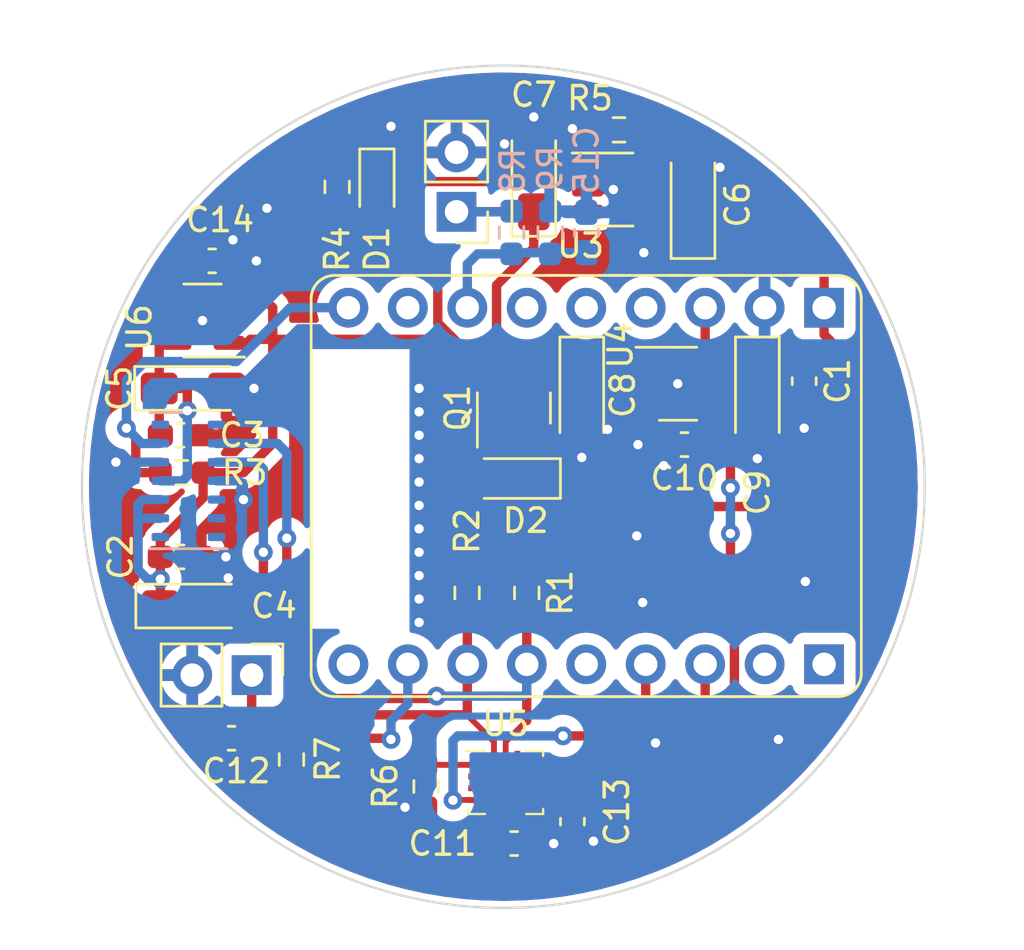
<source format=kicad_pcb>
(kicad_pcb (version 20221018) (generator pcbnew)
  (layers (0 "F.Cu" signal) (31 "B.Cu" signal) (34 "B.Paste" user) (35 "F.Paste" user) (36 "B.SilkS" user "B.Silkscreen") (37 "F.SilkS" user "F.Silkscreen") (38 "B.Mask" user) (39 "F.Mask" user) (44 "Edge.Cuts" user))
  (net 0 "")
  (net 1 "+3V3")
  (net 2 "GND")
  (net 3 "+1V8")
  (net 4 "Net-(J1-Pin_1)")
  (net 5 "Net-(D2-K)")
  (net 6 "Net-(U4-BP)")
  (net 7 "+5V")
  (net 8 "Net-(D1-A)")
  (net 9 "Net-(D1-K)")
  (net 10 "SCL")
  (net 11 "SDA")
  (net 12 "~{INT_PULS}")
  (net 13 "Net-(U3-PROG)")
  (net 14 "Net-(U5-SDO)")
  (net 18 "Vbat")
  (net 21 "INT1")
  (net 22 "INT2")
  (net 35 "Net-(U6-BP)")
  (net 36 "Net-(J2-Pin_1)")
  (footprint "Resistor_SMD:R_0603_1608Metric_Pad0.98x0.95mm_HandSolder" (layer "F.Cu") (at 191.05 89.9625 90)
    (fp_text reference "R7" (at 0.0125 1.55 90) (layer "F.SilkS"))
    (fp_text value "10k")
    (pad "1" smd roundrect (at -0.9125 0 90) (size 0.975 0.95) (layers "F.Cu" "F.Paste" "F.Mask") (net 1 "+3V3"))
    (pad "2" smd roundrect (at 0.9125 0 90) (size 0.975 0.95) (layers "F.Cu" "F.Paste" "F.Mask") (net 36 "Net-(J2-Pin_1)"))
  )
  (footprint "Capacitor_SMD:C_0603_1608Metric_Pad1.08x0.95mm_HandSolder" (layer "F.Cu") (at 186.3125 81.3)
    (fp_text reference "C2" (at -2.5625 0 90) (layer "F.SilkS"))
    (fp_text value "100n")
    (pad "1" smd roundrect (at -0.8625 0) (size 1.075 0.95) (layers "F.Cu" "F.Paste" "F.Mask") (net 1 "+3V3"))
    (pad "2" smd roundrect (at 0.8625 0) (size 1.075 0.95) (layers "F.Cu" "F.Paste" "F.Mask") (net 2 "GND"))
  )
  (footprint "Capacitor_Tantalum_SMD:CP_EIA-3216-10_Kemet-I_Pad1.58x1.35mm_HandSolder" (layer "F.Cu") (at 208.2 66.0625 90)
    (fp_text reference "C6" (at -0.1875 1.9 90) (layer "F.SilkS"))
    (fp_text value "4u7/16V")
    (pad "1" smd roundrect (at -1.4375 0 90) (size 1.575 1.35) (layers "F.Cu" "F.Paste" "F.Mask") (roundrect_rratio 0.1851851852) (net 7 "+5V"))
    (pad "2" smd roundrect (at 1.4375 0 90) (size 1.575 1.35) (layers "F.Cu" "F.Paste" "F.Mask") (roundrect_rratio 0.1851851852) (net 2 "GND"))
  )
  (footprint "Diode_SMD:D_SOD-323_HandSoldering" (layer "F.Cu") (at 200.5275 77.95 180)
    (fp_text reference "D2" (at -0.5225 -1.8) (layer "F.SilkS"))
    (fp_text value "1N5819WS")
    (pad "1" smd roundrect (at -1.25 0 180) (size 1 1) (layers "F.Cu" "F.Paste" "F.Mask") (net 5 "Net-(D2-K)"))
    (pad "2" smd roundrect (at 1.25 0 180) (size 1 1) (layers "F.Cu" "F.Paste" "F.Mask") (net 7 "+5V"))
  )
  (footprint "Capacitor_SMD:C_0603_1608Metric_Pad1.08x0.95mm_HandSolder" (layer "F.Cu") (at 188.4875 89.05 180)
    (fp_text reference "C12" (at -0.2125 -1.4) (layer "F.SilkS"))
    (fp_text value "100n")
    (pad "1" smd roundrect (at -0.8625 0 180) (size 1.075 0.95) (layers "F.Cu" "F.Paste" "F.Mask") (net 36 "Net-(J2-Pin_1)"))
    (pad "2" smd roundrect (at 0.8625 0 180) (size 1.075 0.95) (layers "F.Cu" "F.Paste" "F.Mask") (net 2 "GND"))
  )
  (footprint "Resistor_SMD:R_0603_1608Metric_Pad0.98x0.95mm_HandSolder" (layer "F.Cu") (at 205.0375 63.05)
    (fp_text reference "R5" (at -1.2375 -1.35) (layer "F.SilkS"))
    (fp_text value "3k3")
    (pad "1" smd roundrect (at -0.9125 0) (size 0.975 0.95) (layers "F.Cu" "F.Paste" "F.Mask") (net 2 "GND"))
    (pad "2" smd roundrect (at 0.9125 0) (size 0.975 0.95) (layers "F.Cu" "F.Paste" "F.Mask") (net 13 "Net-(U3-PROG)"))
  )
  (footprint "Module:ESP32-C3-Zero" (layer "F.Cu") (at 191.89 69.27 -90)
    (fp_text reference "U1" hide)
    (fp_text value "~")
    (pad "1" thru_hole rect (at 1.38 -21.91) (size 1.7 1.7) (drill 1) (layers "*.Cu" "*.Mask") (net 7 "+5V"))
    (pad "2" thru_hole oval (at 1.38 -19.37 270) (size 1.7 1.7) (drill 1) (layers "*.Cu" "*.Mask") (net 2 "GND"))
    (pad "3" thru_hole oval (at 1.38 -16.83 270) (size 1.7 1.7) (drill 1) (layers "*.Cu" "*.Mask") (net 1 "+3V3"))
    (pad "4" thru_hole oval (at 1.38 -14.29 270) (size 1.7 1.7) (drill 1) (layers "*.Cu" "*.Mask"))
    (pad "5" thru_hole oval (at 1.38 -11.75 270) (size 1.7 1.7) (drill 1) (layers "*.Cu" "*.Mask"))
    (pad "6" thru_hole oval (at 1.38 -9.21 270) (size 1.7 1.7) (drill 1) (layers "*.Cu" "*.Mask"))
    (pad "7" thru_hole oval (at 1.38 -6.67 270) (size 1.7 1.7) (drill 1) (layers "*.Cu" "*.Mask") (net 18 "Vbat"))
    (pad "8" thru_hole oval (at 1.38 -4.13 270) (size 1.7 1.7) (drill 1) (layers "*.Cu" "*.Mask"))
    (pad "9" thru_hole oval (at 1.38 -1.59 270) (size 1.7 1.7) (drill 1) (layers "*.Cu" "*.Mask") (net 12 "~{INT_PULS}"))
    (pad "10" thru_hole oval (at 16.62 -1.59 270) (size 1.7 1.7) (drill 1) (layers "*.Cu" "*.Mask"))
    (pad "11" thru_hole oval (at 16.62 -4.13 270) (size 1.7 1.7) (drill 1) (layers "*.Cu" "*.Mask") (net 36 "Net-(J2-Pin_1)"))
    (pad "12" thru_hole oval (at 16.62 -6.67 270) (size 1.7 1.7) (drill 1) (layers "*.Cu" "*.Mask") (net 11 "SDA"))
    (pad "13" thru_hole oval (at 16.62 -9.21 270) (size 1.7 1.7) (drill 1) (layers "*.Cu" "*.Mask") (net 10 "SCL"))
    (pad "14" thru_hole oval (at 16.62 -11.75 270) (size 1.7 1.7) (drill 1) (layers "*.Cu" "*.Mask"))
    (pad "15" thru_hole oval (at 16.62 -14.29 270) (size 1.7 1.7) (drill 1) (layers "*.Cu" "*.Mask") (net 21 "INT1"))
    (pad "16" thru_hole oval (at 16.62 -16.83 270) (size 1.7 1.7) (drill 1) (layers "*.Cu" "*.Mask") (net 22 "INT2"))
    (pad "17" thru_hole oval (at 16.62 -19.37 270) (size 1.7 1.7) (drill 1) (layers "*.Cu" "*.Mask"))
    (pad "18" thru_hole rect (at 16.62 -21.91) (size 1.7 1.7) (drill 1) (layers "*.Cu" "*.Mask"))
    (zone (net 0) (net_name "") (layers "*.Cu") (connect_pads (clearance 0)) (min_thickness 0.25)
      (keepout (tracks not_allowed) (vias not_allowed) (pads not_allowed) (copperpour not_allowed) (footprints allowed))
      (fill (thermal_gap 0.5) (thermal_bridge_width 0.5))
      (polygon (pts (xy 196.09 72.42) (xy 196.09 84.37) (xy 191.84 84.37) (xy 191.84 72.42)))
    )
  )
  (footprint "Capacitor_SMD:C_0603_1608Metric_Pad1.08x0.95mm_HandSolder" (layer "F.Cu") (at 203.05 92.6125 -90)
    (fp_text reference "C13" (at -0.4125 -1.9 90) (layer "F.SilkS"))
    (fp_text value "100n")
    (pad "1" smd roundrect (at -0.8625 0 270) (size 1.075 0.95) (layers "F.Cu" "F.Paste" "F.Mask") (net 1 "+3V3"))
    (pad "2" smd roundrect (at 0.8625 0 270) (size 1.075 0.95) (layers "F.Cu" "F.Paste" "F.Mask") (net 2 "GND"))
  )
  (footprint "Package_TO_SOT_SMD:SOT-23" (layer "F.Cu") (at 200.55 74.9375 90)
    (fp_text reference "Q1" (at 0 -2.4 90) (layer "F.SilkS"))
    (fp_text value "CJ2301")
    (pad "1" smd roundrect (at -0.9375 -0.95 90) (size 1.475 0.6) (layers "F.Cu" "F.Paste" "F.Mask") (net 7 "+5V"))
    (pad "2" smd roundrect (at -0.9375 0.95 90) (size 1.475 0.6) (layers "F.Cu" "F.Paste" "F.Mask") (net 5 "Net-(D2-K)"))
    (pad "3" smd roundrect (at 0.9375 0 90) (size 1.475 0.6) (layers "F.Cu" "F.Paste" "F.Mask") (net 4 "Net-(J1-Pin_1)"))
  )
  (footprint "Package_TO_SOT_SMD:SOT-23-5" (layer "F.Cu") (at 187.25 71.2 180)
    (fp_text reference "U6" (at 2.7 -0.3 90) (layer "F.SilkS"))
    (fp_text value "SPX3819M5-L-1-8")
    (pad "1" smd roundrect (at -1.1375 -0.95 180) (size 1.325 0.6) (layers "F.Cu" "F.Paste" "F.Mask") (net 1 "+3V3"))
    (pad "2" smd roundrect (at -1.1375 0 180) (size 1.325 0.6) (layers "F.Cu" "F.Paste" "F.Mask") (net 2 "GND"))
    (pad "3" smd roundrect (at -1.1375 0.95 180) (size 1.325 0.6) (layers "F.Cu" "F.Paste" "F.Mask") (net 1 "+3V3"))
    (pad "4" smd roundrect (at 1.1375 0.95 180) (size 1.325 0.6) (layers "F.Cu" "F.Paste" "F.Mask") (net 35 "Net-(U6-BP)"))
    (pad "5" smd roundrect (at 1.1375 -0.95 180) (size 1.325 0.6) (layers "F.Cu" "F.Paste" "F.Mask") (net 3 "+1V8"))
  )
  (footprint "LED_SMD:LED_0603_1608Metric_Pad1.05x0.95mm_HandSolder" (layer "F.Cu") (at 194.7 65.525 -90)
    (fp_text reference "D1" (at 2.625 0 90) (layer "F.SilkS"))
    (fp_text value "LED")
    (pad "1" smd roundrect (at -0.875 0 270) (size 1.05 0.95) (layers "F.Cu" "F.Paste" "F.Mask") (net 9 "Net-(D1-K)"))
    (pad "2" smd roundrect (at 0.875 0 270) (size 1.05 0.95) (layers "F.Cu" "F.Paste" "F.Mask") (net 8 "Net-(D1-A)"))
  )
  (footprint "Capacitor_SMD:C_0603_1608Metric_Pad1.08x0.95mm_HandSolder" (layer "F.Cu") (at 186.3125 76.1)
    (fp_text reference "C3" (at 2.6375 0) (layer "F.SilkS"))
    (fp_text value "100n")
    (pad "1" smd roundrect (at -0.8625 0) (size 1.075 0.95) (layers "F.Cu" "F.Paste" "F.Mask") (net 3 "+1V8"))
    (pad "2" smd roundrect (at 0.8625 0) (size 1.075 0.95) (layers "F.Cu" "F.Paste" "F.Mask") (net 2 "GND"))
  )
  (footprint "Capacitor_Tantalum_SMD:CP_EIA-3216-18_Kemet-A_Pad1.58x1.35mm_HandSolder" (layer "F.Cu") (at 186.8375 74.1)
    (fp_text reference "C5" (at -3.1375 0 90) (layer "F.SilkS"))
    (fp_text value "10u")
    (pad "1" smd roundrect (at -1.4375 0) (size 1.575 1.35) (layers "F.Cu" "F.Paste" "F.Mask") (roundrect_rratio 0.1851851852) (net 3 "+1V8"))
    (pad "2" smd roundrect (at 1.4375 0) (size 1.575 1.35) (layers "F.Cu" "F.Paste" "F.Mask") (roundrect_rratio 0.1851851852) (net 2 "GND"))
  )
  (footprint "Capacitor_SMD:C_0603_1608Metric_Pad1.08x0.95mm_HandSolder" (layer "F.Cu") (at 200.5625 93.55)
    (fp_text reference "C11" (at -3.0625 0) (layer "F.SilkS"))
    (fp_text value "100n")
    (pad "1" smd roundrect (at -0.8625 0) (size 1.075 0.95) (layers "F.Cu" "F.Paste" "F.Mask") (net 1 "+3V3"))
    (pad "2" smd roundrect (at 0.8625 0) (size 1.075 0.95) (layers "F.Cu" "F.Paste" "F.Mask") (net 2 "GND"))
  )
  (footprint "Connector_PinHeader_2.54mm:PinHeader_1x02_P2.54mm_Vertical" (layer "F.Cu") (at 189.35 86.35 -90)
    (fp_text reference "J2" hide)
    (fp_text value "Conn_01x02")
    (pad "1" thru_hole rect (at 0 0 270) (size 1.7 1.7) (drill 1) (layers "*.Cu" "*.Mask") (net 36 "Net-(J2-Pin_1)"))
    (pad "2" thru_hole oval (at 0 2.54 270) (size 1.7 1.7) (drill 1) (layers "*.Cu" "*.Mask") (net 2 "GND"))
  )
  (footprint "Resistor_SMD:R_0603_1608Metric_Pad0.98x0.95mm_HandSolder" (layer "F.Cu") (at 186.3625 77.7 180)
    (fp_text reference "R3" (at -2.6875 0) (layer "F.SilkS"))
    (fp_text value "1k")
    (pad "1" smd roundrect (at -0.9125 0 180) (size 0.975 0.95) (layers "F.Cu" "F.Paste" "F.Mask") (net 1 "+3V3"))
    (pad "2" smd roundrect (at 0.9125 0 180) (size 0.975 0.95) (layers "F.Cu" "F.Paste" "F.Mask") (net 12 "~{INT_PULS}"))
  )
  (footprint "Resistor_SMD:R_0603_1608Metric_Pad0.98x0.95mm_HandSolder" (layer "F.Cu") (at 193 65.4875 -90)
    (fp_text reference "R4" (at 2.6625 0 90) (layer "F.SilkS"))
    (fp_text value "470R")
    (pad "1" smd roundrect (at -0.9125 0 270) (size 0.975 0.95) (layers "F.Cu" "F.Paste" "F.Mask") (net 7 "+5V"))
    (pad "2" smd roundrect (at 0.9125 0 270) (size 0.975 0.95) (layers "F.Cu" "F.Paste" "F.Mask") (net 8 "Net-(D1-A)"))
  )
  (footprint "Resistor_SMD:R_0603_1608Metric_Pad0.98x0.95mm_HandSolder" (layer "F.Cu") (at 198.55 82.8375 -90)
    (fp_text reference "R2" (at -2.6375 0 90) (layer "F.SilkS"))
    (fp_text value "1k")
    (pad "1" smd roundrect (at -0.9125 0 270) (size 0.975 0.95) (layers "F.Cu" "F.Paste" "F.Mask") (net 1 "+3V3"))
    (pad "2" smd roundrect (at 0.9125 0 270) (size 0.975 0.95) (layers "F.Cu" "F.Paste" "F.Mask") (net 11 "SDA"))
  )
  (footprint "Capacitor_SMD:C_0603_1608Metric_Pad1.08x0.95mm_HandSolder" (layer "F.Cu") (at 187.6625 68.65)
    (fp_text reference "C14" (at 0.3375 -1.75) (layer "F.SilkS"))
    (fp_text value "10n")
    (pad "1" smd roundrect (at -0.8625 0) (size 1.075 0.95) (layers "F.Cu" "F.Paste" "F.Mask") (net 35 "Net-(U6-BP)"))
    (pad "2" smd roundrect (at 0.8625 0) (size 1.075 0.95) (layers "F.Cu" "F.Paste" "F.Mask") (net 2 "GND"))
  )
  (footprint "Capacitor_Tantalum_SMD:CP_EIA-3216-10_Kemet-I_Pad1.58x1.35mm_HandSolder" (layer "F.Cu") (at 210.95 74.3875 -90)
    (fp_text reference "C9" (at 4.1625 0 90) (layer "F.SilkS"))
    (fp_text value "1uF")
    (pad "1" smd roundrect (at -1.4375 0 270) (size 1.575 1.35) (layers "F.Cu" "F.Paste" "F.Mask") (roundrect_rratio 0.1851851852) (net 1 "+3V3"))
    (pad "2" smd roundrect (at 1.4375 0 270) (size 1.575 1.35) (layers "F.Cu" "F.Paste" "F.Mask") (roundrect_rratio 0.1851851852) (net 2 "GND"))
  )
  (footprint "Capacitor_SMD:C_0603_1608Metric_Pad1.08x0.95mm_HandSolder" (layer "F.Cu") (at 207.8375 76.5 180)
    (fp_text reference "C10" (at 0 -1.43) (layer "F.SilkS"))
    (fp_text value "10n")
    (pad "1" smd roundrect (at -0.8625 0 180) (size 1.075 0.95) (layers "F.Cu" "F.Paste" "F.Mask") (net 6 "Net-(U4-BP)"))
    (pad "2" smd roundrect (at 0.8625 0 180) (size 1.075 0.95) (layers "F.Cu" "F.Paste" "F.Mask") (net 2 "GND"))
  )
  (footprint "Capacitor_Tantalum_SMD:CP_EIA-3216-10_Kemet-I_Pad1.58x1.35mm_HandSolder" (layer "F.Cu") (at 201.4 65.1125 90)
    (fp_text reference "C7" (at 3.5625 0 180) (layer "F.SilkS"))
    (fp_text value "4u7/16V")
    (pad "1" smd roundrect (at -1.4375 0 90) (size 1.575 1.35) (layers "F.Cu" "F.Paste" "F.Mask") (roundrect_rratio 0.1851851852) (net 4 "Net-(J1-Pin_1)"))
    (pad "2" smd roundrect (at 1.4375 0 90) (size 1.575 1.35) (layers "F.Cu" "F.Paste" "F.Mask") (roundrect_rratio 0.1851851852) (net 2 "GND"))
  )
  (footprint "Resistor_SMD:R_0603_1608Metric_Pad0.98x0.95mm_HandSolder" (layer "F.Cu") (at 201.1 82.8375 -90)
    (fp_text reference "R1" (at 0 -1.43 90) (layer "F.SilkS"))
    (fp_text value "1k")
    (pad "1" smd roundrect (at -0.9125 0 270) (size 0.975 0.95) (layers "F.Cu" "F.Paste" "F.Mask") (net 1 "+3V3"))
    (pad "2" smd roundrect (at 0.9125 0 270) (size 0.975 0.95) (layers "F.Cu" "F.Paste" "F.Mask") (net 10 "SCL"))
  )
  (footprint "Capacitor_Tantalum_SMD:CP_EIA-3216-18_Kemet-A_Pad1.58x1.35mm_HandSolder" (layer "F.Cu") (at 186.8875 83.4)
    (fp_text reference "C4" (at 3.4125 0) (layer "F.SilkS"))
    (fp_text value "4u7")
    (pad "1" smd roundrect (at -1.4375 0) (size 1.575 1.35) (layers "F.Cu" "F.Paste" "F.Mask") (roundrect_rratio 0.1851851852) (net 1 "+3V3"))
    (pad "2" smd roundrect (at 1.4375 0) (size 1.575 1.35) (layers "F.Cu" "F.Paste" "F.Mask") (roundrect_rratio 0.1851851852) (net 2 "GND"))
  )
  (footprint "Resistor_SMD:R_0603_1608Metric_Pad0.98x0.95mm_HandSolder" (layer "F.Cu") (at 196.8 91.1125 -90)
    (fp_text reference "R6" (at -0.0125 1.75 90) (layer "F.SilkS"))
    (fp_text value "10k")
    (pad "1" smd roundrect (at -0.9125 0 270) (size 0.975 0.95) (layers "F.Cu" "F.Paste" "F.Mask") (net 14 "Net-(U5-SDO)"))
    (pad "2" smd roundrect (at 0.9125 0 270) (size 0.975 0.95) (layers "F.Cu" "F.Paste" "F.Mask") (net 2 "GND"))
  )
  (footprint "Capacitor_SMD:C_0603_1608Metric_Pad1.08x0.95mm_HandSolder" (layer "F.Cu") (at 212.95 73.7875 -90)
    (fp_text reference "C1" (at 0 -1.43 90) (layer "F.SilkS"))
    (fp_text value "100n")
    (pad "1" smd roundrect (at -0.8625 0 270) (size 1.075 0.95) (layers "F.Cu" "F.Paste" "F.Mask") (net 1 "+3V3"))
    (pad "2" smd roundrect (at 0.8625 0 270) (size 1.075 0.95) (layers "F.Cu" "F.Paste" "F.Mask") (net 2 "GND"))
  )
  (footprint "Package_LGA:Bosch_LGA-14_3x2.5mm_P0.5mm" (layer "F.Cu") (at 200.2 90.9375)
    (fp_text reference "U5" (at 0 -2.5) (layer "F.SilkS"))
    (fp_text value "BMI270")
    (pad "1" smd rect (at -1.2625 -0.75) (size 0.675 0.25) (layers "F.Cu" "F.Paste" "F.Mask") (net 14 "Net-(U5-SDO)"))
    (pad "2" smd rect (at -1.2625 -0.25) (size 0.675 0.25) (layers "F.Cu" "F.Paste" "F.Mask"))
    (pad "3" smd rect (at -1.2625 0.25) (size 0.675 0.25) (layers "F.Cu" "F.Paste" "F.Mask"))
    (pad "4" smd rect (at -1.2625 0.75) (size 0.675 0.25) (layers "F.Cu" "F.Paste" "F.Mask") (net 21 "INT1"))
    (pad "5" smd rect (at -0.5 1.0125) (size 0.25 0.675) (layers "F.Cu" "F.Paste" "F.Mask") (net 1 "+3V3"))
    (pad "6" smd rect (at 0 1.0125) (size 0.25 0.675) (layers "F.Cu" "F.Paste" "F.Mask") (net 2 "GND"))
    (pad "7" smd rect (at 0.5 1.0125) (size 0.25 0.675) (layers "F.Cu" "F.Paste" "F.Mask") (net 2 "GND"))
    (pad "8" smd rect (at 1.2625 0.75) (size 0.675 0.25) (layers "F.Cu" "F.Paste" "F.Mask") (net 1 "+3V3"))
    (pad "9" smd rect (at 1.2625 0.25) (size 0.675 0.25) (layers "F.Cu" "F.Paste" "F.Mask") (net 22 "INT2"))
    (pad "10" smd rect (at 1.2625 -0.25) (size 0.675 0.25) (layers "F.Cu" "F.Paste" "F.Mask"))
    (pad "11" smd rect (at 1.2625 -0.75) (size 0.675 0.25) (layers "F.Cu" "F.Paste" "F.Mask"))
    (pad "12" smd rect (at 0.5 -1.0125) (size 0.25 0.675) (layers "F.Cu" "F.Paste" "F.Mask") (net 1 "+3V3"))
    (pad "13" smd rect (at 0 -1.0125) (size 0.25 0.675) (layers "F.Cu" "F.Paste" "F.Mask") (net 10 "SCL"))
    (pad "14" smd rect (at -0.5 -1.0125) (size 0.25 0.675) (layers "F.Cu" "F.Paste" "F.Mask") (net 11 "SDA"))
  )
  (footprint "Connector_PinHeader_2.54mm:PinHeader_1x02_P2.54mm_Vertical" (layer "F.Cu") (at 198.1 66.55 180)
    (fp_text reference "J1" hide)
    (fp_text value "Conn_01x02")
    (pad "1" thru_hole rect (at 0 0 180) (size 1.7 1.7) (drill 1) (layers "*.Cu" "*.Mask") (net 4 "Net-(J1-Pin_1)"))
    (pad "2" thru_hole oval (at 0 2.54 180) (size 1.7 1.7) (drill 1) (layers "*.Cu" "*.Mask") (net 2 "GND"))
  )
  (footprint "Capacitor_Tantalum_SMD:CP_EIA-3216-10_Kemet-I_Pad1.58x1.35mm_HandSolder" (layer "F.Cu") (at 203.45 74.3875 -90)
    (fp_text reference "C8" (at 0 -1.75 90) (layer "F.SilkS"))
    (fp_text value "1uF")
    (pad "1" smd roundrect (at -1.4375 0 270) (size 1.575 1.35) (layers "F.Cu" "F.Paste" "F.Mask") (roundrect_rratio 0.1851851852) (net 5 "Net-(D2-K)"))
    (pad "2" smd roundrect (at 1.4375 0 270) (size 1.575 1.35) (layers "F.Cu" "F.Paste" "F.Mask") (roundrect_rratio 0.1851851852) (net 2 "GND"))
  )
  (footprint "Package_TO_SOT_SMD:SOT-23-5" (layer "F.Cu") (at 204.8375 65.6)
    (fp_text reference "U3" (at -1.4375 2.4) (layer "F.SilkS"))
    (fp_text value "MCP73832-2-OT")
    (pad "1" smd roundrect (at -1.1375 -0.95) (size 1.325 0.6) (layers "F.Cu" "F.Paste" "F.Mask") (net 9 "Net-(D1-K)"))
    (pad "2" smd roundrect (at -1.1375 0) (size 1.325 0.6) (layers "F.Cu" "F.Paste" "F.Mask") (net 2 "GND"))
    (pad "3" smd roundrect (at -1.1375 0.95) (size 1.325 0.6) (layers "F.Cu" "F.Paste" "F.Mask") (net 4 "Net-(J1-Pin_1)"))
    (pad "4" smd roundrect (at 1.1375 0.95) (size 1.325 0.6) (layers "F.Cu" "F.Paste" "F.Mask") (net 7 "+5V"))
    (pad "5" smd roundrect (at 1.1375 -0.95) (size 1.325 0.6) (layers "F.Cu" "F.Paste" "F.Mask") (net 13 "Net-(U3-PROG)"))
  )
  (footprint "Package_TO_SOT_SMD:SOT-23-5" (layer "F.Cu") (at 207.5625 73.9)
    (fp_text reference "U4" (at -2.4625 -1.65 90) (layer "F.SilkS"))
    (fp_text value "SPX3819M5-L-3-3")
    (pad "1" smd roundrect (at -1.1375 -0.95) (size 1.325 0.6) (layers "F.Cu" "F.Paste" "F.Mask") (net 5 "Net-(D2-K)"))
    (pad "2" smd roundrect (at -1.1375 0) (size 1.325 0.6) (layers "F.Cu" "F.Paste" "F.Mask") (net 2 "GND"))
    (pad "3" smd roundrect (at -1.1375 0.95) (size 1.325 0.6) (layers "F.Cu" "F.Paste" "F.Mask") (net 5 "Net-(D2-K)"))
    (pad "4" smd roundrect (at 1.1375 0.95) (size 1.325 0.6) (layers "F.Cu" "F.Paste" "F.Mask") (net 6 "Net-(U4-BP)"))
    (pad "5" smd roundrect (at 1.1375 -0.95) (size 1.325 0.6) (layers "F.Cu" "F.Paste" "F.Mask") (net 1 "+3V3"))
  )
  (footprint "Capacitor_SMD:C_0603_1608Metric_Pad1.08x0.95mm_HandSolder" (layer "B.Cu") (at 203.65 67.4375 90)
    (fp_text reference "C15" (at 3.0875 0 90) (layer "B.SilkS") (effects (justify mirror)))
    (fp_text value "100n")
    (pad "1" smd roundrect (at -0.8625 0 90) (size 1.075 0.95) (layers "B.Cu" "B.Paste" "B.Mask") (net 18 "Vbat"))
    (pad "2" smd roundrect (at 0.8625 0 90) (size 1.075 0.95) (layers "B.Cu" "B.Paste" "B.Mask") (net 2 "GND"))
  )
  (footprint "OptoDevice:Maxim_OLGA-14_3.3x5.6mm_P0.8mm" (layer "B.Cu") (at 186.65 78.05 180)
    (fp_text reference "U2" hide)
    (fp_text value "MAX30102")
    (pad "1" smd roundrect (at -1.2 2.4 180) (size 0.75 0.35) (layers "B.Cu" "B.Paste" "B.Mask"))
    (pad "2" smd roundrect (at -1.2 1.6 180) (size 0.75 0.35) (layers "B.Cu" "B.Paste" "B.Mask") (net 10 "SCL"))
    (pad "3" smd roundrect (at -1.2 0.8 180) (size 0.75 0.35) (layers "B.Cu" "B.Paste" "B.Mask") (net 11 "SDA"))
    (pad "4" smd roundrect (at -1.2 0 180) (size 0.75 0.35) (layers "B.Cu" "B.Paste" "B.Mask") (net 2 "GND"))
    (pad "5" smd roundrect (at -1.2 -0.8 180) (size 0.75 0.35) (layers "B.Cu" "B.Paste" "B.Mask"))
    (pad "6" smd roundrect (at -1.2 -1.6 180) (size 0.75 0.35) (layers "B.Cu" "B.Paste" "B.Mask"))
    (pad "7" smd roundrect (at -1.2 -2.4 180) (size 0.75 0.35) (layers "B.Cu" "B.Paste" "B.Mask"))
    (pad "8" smd roundrect (at 1.2 -2.4 180) (size 0.75 0.35) (layers "B.Cu" "B.Paste" "B.Mask"))
    (pad "9" smd roundrect (at 1.2 -1.6 180) (size 0.75 0.35) (layers "B.Cu" "B.Paste" "B.Mask") (net 1 "+3V3"))
    (pad "10" smd roundrect (at 1.2 -0.8 180) (size 0.75 0.35) (layers "B.Cu" "B.Paste" "B.Mask") (net 1 "+3V3"))
    (pad "11" smd roundrect (at 1.2 0 180) (size 0.75 0.35) (layers "B.Cu" "B.Paste" "B.Mask") (net 3 "+1V8"))
    (pad "12" smd roundrect (at 1.2 0.8 180) (size 0.75 0.35) (layers "B.Cu" "B.Paste" "B.Mask") (net 2 "GND"))
    (pad "13" smd roundrect (at 1.2 1.6 180) (size 0.75 0.35) (layers "B.Cu" "B.Paste" "B.Mask") (net 12 "~{INT_PULS}"))
    (pad "14" smd roundrect (at 1.2 2.4 180) (size 0.75 0.35) (layers "B.Cu" "B.Paste" "B.Mask"))
  )
  (footprint "Resistor_SMD:R_0603_1608Metric_Pad0.98x0.95mm_HandSolder" (layer "B.Cu") (at 202.1 67.4375 90)
    (fp_text reference "R9" (at 2.7375 0 90) (layer "B.SilkS") (effects (justify mirror)))
    (fp_text value "10k")
    (pad "1" smd roundrect (at -0.9125 0 90) (size 0.975 0.95) (layers "B.Cu" "B.Paste" "B.Mask") (net 18 "Vbat"))
    (pad "2" smd roundrect (at 0.9125 0 90) (size 0.975 0.95) (layers "B.Cu" "B.Paste" "B.Mask") (net 2 "GND"))
  )
  (footprint "Resistor_SMD:R_0603_1608Metric_Pad0.98x0.95mm_HandSolder" (layer "B.Cu") (at 200.45 67.4375 -90)
    (fp_text reference "R8" (at -2.6375 -0.05 90) (layer "B.SilkS") (effects (justify mirror)))
    (fp_text value "10k")
    (pad "1" smd roundrect (at -0.9125 0 270) (size 0.975 0.95) (layers "B.Cu" "B.Paste" "B.Mask") (net 4 "Net-(J1-Pin_1)"))
    (pad "2" smd roundrect (at 0.9125 0 270) (size 0.975 0.95) (layers "B.Cu" "B.Paste" "B.Mask") (net 18 "Vbat"))
  )
  (gr_circle (center 200.1 78.3) (end 218.1 78.3) (stroke (width 0.1)) (fill none) (layer "Edge.Cuts"))
  (segment (start 208.72 72.93) (end 208.7 72.95) (width 0.4) (layer "F.Cu") (net 1))
  (segment (start 209.97 84.57) (end 209.97 90.38) (width 0.4) (layer "F.Cu") (net 1))
  (segment (start 199.7 91.95) (end 199.7 91.45) (width 0.25) (layer "F.Cu") (net 1))
  (segment (start 209.8 72.95) (end 210.95 72.95) (width 0.4) (layer "F.Cu") (net 1))
  (segment (start 206.3 93.9) (end 206.3 91.75) (width 0.4) (layer "F.Cu") (net 1))
  (segment (start 208.72 70.65) (end 208.72 72.93) (width 0.4) (layer "F.Cu") (net 1))
  (segment (start 210.95 72.95) (end 212.925 72.95) (width 0.4) (layer "F.Cu") (net 1))
  (segment (start 197.95 80.15) (end 198.55 80.75) (width 0.4) (layer "F.Cu") (net 1))
  (segment (start 209.97 90.38) (end 208.6 91.75) (width 0.4) (layer "F.Cu") (net 1))
  (segment (start 205.4 94.8) (end 206.3 93.9) (width 0.4) (layer "F.Cu") (net 1))
  (segment (start 199.7 91.45) (end 200.7 90.45) (width 0.25) (layer "F.Cu") (net 1))
  (segment (start 190.25 76.45) (end 190.25 72) (width 0.4) (layer "F.Cu") (net 1))
  (segment (start 189 77.7) (end 190.25 76.45) (width 0.4) (layer "F.Cu") (net 1))
  (segment (start 209.8 84.4) (end 209.97 84.57) (width 0.4) (layer "F.Cu") (net 1))
  (segment (start 209.8 81.95) (end 209.8 84.4) (width 0.4) (layer "F.Cu") (net 1))
  (segment (start 199.7 91.95) (end 199.7 93.55) (width 0.25) (layer "F.Cu") (net 1))
  (segment (start 204.75 91.75) (end 203.05 91.75) (width 0.4) (layer "F.Cu") (net 1))
  (segment (start 208.7 72.95) (end 209.8 72.95) (width 0.4) (layer "F.Cu") (net 1))
  (segment (start 199.7 93.55) (end 199.7 94.5) (width 0.4) (layer "F.Cu") (net 1))
  (segment (start 191.05 90.875) (end 192.925 90.875) (width 0.4) (layer "F.Cu") (net 1))
  (segment (start 200 94.8) (end 205.4 94.8) (width 0.4) (layer "F.Cu") (net 1))
  (segment (start 197.95 73) (end 197.95 80.15) (width 0.4) (layer "F.Cu") (net 1))
  (segment (start 189.15 72.15) (end 189.3 72) (width 0.4) (layer "F.Cu") (net 1))
  (segment (start 190.25 70.65) (end 190.25 72) (width 0.4) (layer "F.Cu") (net 1))
  (segment (start 201.1 81.925) (end 209.775 81.925) (width 0.4) (layer "F.Cu") (net 1))
  (segment (start 187.275 77.7) (end 187.275 78.775) (width 0.4) (layer "F.Cu") (net 1))
  (segment (start 200.7 90.45) (end 200.7 89.925) (width 0.25) (layer "F.Cu") (net 1))
  (segment (start 209.775 81.925) (end 209.8 81.95) (width 0.4) (layer "F.Cu") (net 1))
  (segment (start 185.45 80.6) (end 185.45 81.3) (width 0.4) (layer "F.Cu") (net 1))
  (segment (start 202.9875 91.6875) (end 203.05 91.75) (width 0.25) (layer "F.Cu") (net 1))
  (segment (start 195.6 93.55) (end 199.7 93.55) (width 0.4) (layer "F.Cu") (net 1))
  (segment (start 187.275 78.775) (end 185.45 80.6) (width 0.4) (layer "F.Cu") (net 1))
  (segment (start 188.3875 72.15) (end 189.15 72.15) (width 0.4) (layer "F.Cu") (net 1))
  (segment (start 209.8 80.3) (end 209.8 81.95) (width 0.4) (layer "F.Cu") (net 1))
  (segment (start 208.6 91.75) (end 206.3 91.75) (width 0.4) (layer "F.Cu") (net 1))
  (segment (start 209.8 78.3505) (end 209.8 72.95) (width 0.4) (layer "F.Cu") (net 1))
  (segment (start 212.925 72.95) (end 212.95 72.925) (width 0.4) (layer "F.Cu") (net 1))
  (segment (start 206.3 91.75) (end 204.75 91.75) (width 0.4) (layer "F.Cu") (net 1))
  (segment (start 198.55 81.925) (end 201.1 81.925) (width 0.4) (layer "F.Cu") (net 1))
  (segment (start 187.275 77.7) (end 189 77.7) (width 0.4) (layer "F.Cu") (net 1))
  (segment (start 189.85 70.25) (end 190.25 70.65) (width 0.4) (layer "F.Cu") (net 1))
  (segment (start 201.4625 91.6875) (end 202.9875 91.6875) (width 0.25) (layer "F.Cu") (net 1))
  (segment (start 190.25 72) (end 196.95 72) (width 0.4) (layer "F.Cu") (net 1))
  (segment (start 199.7 94.5) (end 200 94.8) (width 0.4) (layer "F.Cu") (net 1))
  (segment (start 189.3 72) (end 190.25 72) (width 0.4) (layer "F.Cu") (net 1))
  (segment (start 188.3875 70.25) (end 189.85 70.25) (width 0.4) (layer "F.Cu") (net 1))
  (segment (start 185.45 83.4) (end 185.45 82.25) (width 0.4) (layer "F.Cu") (net 1))
  (segment (start 185.45 82.25) (end 185.45 81.3) (width 0.4) (layer "F.Cu") (net 1))
  (segment (start 192.925 90.875) (end 195.6 93.55) (width 0.4) (layer "F.Cu") (net 1))
  (segment (start 196.95 72) (end 197.95 73) (width 0.4) (layer "F.Cu") (net 1))
  (segment (start 198.55 80.75) (end 198.55 81.925) (width 0.4) (layer "F.Cu") (net 1))
  (via (at 209.8 80.3) (size 0.8) (drill 0.4) (layers "F.Cu" "B.Cu") (net 1))
  (via (at 209.8 78.3505) (size 0.8) (drill 0.4) (layers "F.Cu" "B.Cu") (net 1))
  (via (at 185.45 82.25) (size 0.8) (drill 0.4) (layers "F.Cu" "B.Cu") (net 1))
  (segment (start 184.5 79.45) (end 184.5 81.85) (width 0.4) (layer "B.Cu") (net 1))
  (segment (start 184.7 78.85) (end 184.5 79.05) (width 0.4) (layer "B.Cu") (net 1))
  (segment (start 185.45 78.85) (end 184.7 78.85) (width 0.4) (layer "B.Cu") (net 1))
  (segment (start 184.9 82.25) (end 185.45 82.25) (width 0.4) (layer "B.Cu") (net 1))
  (segment (start 209.8 80.3) (end 209.8 78.3505) (width 0.4) (layer "B.Cu") (net 1))
  (segment (start 185.45 79.65) (end 184.7 79.65) (width 0.4) (layer "B.Cu") (net 1))
  (segment (start 184.5 79.05) (end 184.5 79.45) (width 0.4) (layer "B.Cu") (net 1))
  (segment (start 184.5 81.85) (end 184.9 82.25) (width 0.4) (layer "B.Cu") (net 1))
  (segment (start 198.1 64.01) (end 199.79 64.01) (width 0.4) (layer "F.Cu") (net 2))
  (segment (start 187.95 76.1) (end 188.275 75.775) (width 0.4) (layer "F.Cu") (net 2))
  (segment (start 200.2 92.3) (end 200.25 92.35) (width 0.25) (layer "F.Cu") (net 2))
  (segment (start 195.925 92.025) (end 195.9 92) (width 0.4) (layer "F.Cu") (net 2))
  (segment (start 203.1 63.05) (end 203.05 63) (width 0.4) (layer "F.Cu") (net 2))
  (segment (start 204.125 63.05) (end 203.1 63.05) (width 0.4) (layer "F.Cu") (net 2))
  (segment (start 187.175 76.1) (end 188.9 76.1) (width 0.4) (layer "F.Cu") (net 2))
  (segment (start 201.425 93.075) (end 201.425 93.55) (width 0.25) (layer "F.Cu") (net 2))
  (segment (start 200.2 91.95) (end 200.2 92.3) (width 0.25) (layer "F.Cu") (net 2))
  (segment (start 188.3875 71.2) (end 187.25 71.2) (width 0.4) (layer "F.Cu") (net 2))
  (segment (start 206.975 76.5) (end 206.975 77.375) (width 0.4) (layer "F.Cu") (net 2))
  (segment (start 188.9 76.1) (end 189.45 75.55) (width 0.4) (layer "F.Cu") (net 2))
  (segment (start 187.175 81.3) (end 188.25 81.3) (width 0.4) (layer "F.Cu") (net 2))
  (segment (start 187.175 76.1) (end 187.95 76.1) (width 0.4) (layer "F.Cu") (net 2))
  (segment (start 200.25 92.35) (end 200.7 92.35) (width 0.25) (layer "F.Cu") (net 2))
  (segment (start 204.525 75.825) (end 204.55 75.85) (width 0.4) (layer "F.Cu") (net 2))
  (segment (start 201.4 63.675) (end 200.175 63.675) (width 0.4) (layer "F.Cu") (net 2))
  (segment (start 206.975 77.375) (end 206.95 77.4) (width 0.4) (layer "F.Cu") (net 2))
  (segment (start 188.525 68.65) (end 188.525 67.775) (width 0.4) (layer "F.Cu") (net 2))
  (segment (start 203.7 65.6) (end 204.8 65.6) (width 0.4) (layer "F.Cu") (net 2))
  (segment (start 210.95 75.825) (end 210.95 77.1) (width 0.4) (layer "F.Cu") (net 2))
  (segment (start 209.325 64.625) (end 209.35 64.65) (width 0.4) (layer "F.Cu") (net 2))
  (segment (start 203.45 75.825) (end 203.45 77.05) (width 0.4) (layer "F.Cu") (net 2))
  (segment (start 203.05 93.475) (end 203.925 93.475) (width 0.4) (layer "F.Cu") (net 2))
  (segment (start 212.95 74.65) (end 212.95 75.8) (width 0.4) (layer "F.Cu") (net 2))
  (segment (start 210.95 75.825) (end 212.925 75.825) (width 0.4) (layer "F.Cu") (net 2))
  (segment (start 200.7 91.95) (end 200.7 92.35) (width 0.25) (layer "F.Cu") (net 2))
  (segment (start 200.7 92.35) (end 201.425 93.075) (width 0.25) (layer "F.Cu") (net 2))
  (segment (start 203.925 93.475) (end 203.95 93.45) (width 0.4) (layer "F.Cu") (net 2))
  (segment (start 206.975 76.5) (end 205.85 76.5) (width 0.4) (layer "F.Cu") (net 2))
  (segment (start 212.925 75.825) (end 212.95 75.8) (width 0.4) (layer "F.Cu") (net 2))
  (segment (start 188.275 74.1) (end 189.45 74.1) (width 0.4) (layer "F.Cu") (net 2))
  (segment (start 208.2 64.625) (end 209.325 64.625) (width 0.4) (layer "F.Cu") (net 2))
  (segment (start 188.325 82.225) (end 188.35 82.2) (width 0.4) (layer "F.Cu") (net 2))
  (segment (start 188.525 68.65) (end 189.55 68.65) (width 0.4) (layer "F.Cu") (net 2))
  (segment (start 189.45 75.55) (end 189.45 74.1) (width 0.4) (layer "F.Cu") (net 2))
  (segment (start 206.425 73.9) (end 207.55 73.9) (width 0.4) (layer "F.Cu") (net 2))
  (segment (start 196.8 92.025) (end 195.925 92.025) (width 0.4) (layer "F.Cu") (net 2))
  (segment (start 201.425 93.55) (end 202.25 93.55) (width 0.25) (layer "F.Cu") (net 2))
  (segment (start 203.45 75.825) (end 204.525 75.825) (width 0.4) (layer "F.Cu") (net 2))
  (segment (start 201.4 63.675) (end 201.4 62.5) (width 0.4) (layer "F.Cu") (net 2))
  (segment (start 200.175 63.675) (end 200.15 63.65) (width 0.4) (layer "F.Cu") (net 2))
  (segment (start 188.325 83.4) (end 188.325 82.225) (width 0.4) (layer "F.Cu") (net 2))
  (segment (start 188.275 75.775) (end 188.275 74.1) (width 0.4) (layer "F.Cu") (net 2))
  (segment (start 199.79 64.01) (end 200.15 63.65) (width 0.4) (layer "F.Cu") (net 2))
  (segment (start 188.525 67.775) (end 188.55 67.75) (width 0.4) (layer "F.Cu") (net 2))
  (via (at 201.4 62.5) (size 0.8) (drill 0.4) (layers "F.Cu" "B.Cu") (net 2))
  (via (at 206.6 89.25) (size 0.8) (drill 0.4) (layers "F.Cu" "B.Cu") (net 2))
  (via (at 190 66.4) (size 0.8) (drill 0.4) (layers "F.Cu" "B.Cu") (net 2))
  (via (at 206.05 83.25) (size 0.8) (drill 0.4) (layers "F.Cu" "B.Cu") (net 2))
  (via (at 211.85 89.1) (size 0.8) (drill 0.4) (layers "F.Cu" "B.Cu") (net 2))
  (via (at 206.1 68.3) (size 0.8) (drill 0.4) (layers "F.Cu" "B.Cu") (net 2))
  (via (at 207.55 73.9) (size 0.8) (drill 0.4) (layers "F.Cu" "B.Cu") (net 2))
  (via (at 183.55 77.25) (size 0.8) (drill 0.4) (layers "F.Cu" "B.Cu") (net 2))
  (via (at 189 78.85) (size 0.8) (drill 0.4) (layers "F.Cu" "B.Cu") (net 2))
  (via (at 196.5 77.1) (size 0.8) (drill 0.4) (layers "F.Cu" "B.Cu") (net 2))
  (via (at 212.95 75.8) (size 0.8) (drill 0.4) (layers "F.Cu" "B.Cu") (net 2))
  (via (at 188.25 81.3) (size 0.8) (drill 0.4) (layers "F.Cu" "B.Cu") (net 2))
  (via (at 189.55 68.65) (size 0.8) (drill 0.4) (layers "F.Cu" "B.Cu") (net 2))
  (via (at 204.8 65.6) (size 0.8) (drill 0.4) (layers "F.Cu" "B.Cu") (net 2))
  (via (at 206.95 77.4) (size 0.8) (drill 0.4) (layers "F.Cu" "B.Cu") (net 2))
  (via (at 205.8 80.4) (size 0.8) (drill 0.4) (layers "F.Cu" "B.Cu") (net 2))
  (via (at 209.35 64.65) (size 0.8) (drill 0.4) (layers "F.Cu" "B.Cu") (net 2))
  (via (at 203.05 63) (size 0.8) (drill 0.4) (layers "F.Cu" "B.Cu") (net 2))
  (via (at 196.5 80.1) (size 0.8) (drill 0.4) (layers "F.Cu" "B.Cu") (net 2))
  (via (at 189.45 74.1) (size 0.8) (drill 0.4) (layers "F.Cu" "B.Cu") (net 2))
  (via (at 204.55 75.85) (size 0.8) (drill 0.4) (layers "F.Cu" "B.Cu") (net 2))
  (via (at 203.45 77.05) (size 0.8) (drill 0.4) (layers "F.Cu" "B.Cu") (net 2))
  (via (at 188.35 82.2) (size 0.8) (drill 0.4) (layers "F.Cu" "B.Cu") (net 2))
  (via (at 196.5 84.1) (size 0.8) (drill 0.4) (layers "F.Cu" "B.Cu") (net 2))
  (via (at 195.9 92) (size 0.8) (drill 0.4) (layers "F.Cu" "B.Cu") (net 2))
  (via (at 196.5 76.1) (size 0.8) (drill 0.4) (layers "F.Cu" "B.Cu") (net 2))
  (via (at 210.95 77.1) (size 0.8) (drill 0.4) (layers "F.Cu" "B.Cu") (net 2))
  (via (at 187.25 71.2) (size 0.8) (drill 0.4) (layers "F.Cu" "B.Cu") (net 2))
  (via (at 195.3 62.9) (size 0.8) (drill 0.4) (layers "F.Cu" "B.Cu") (net 2))
  (via (at 205.85 76.5) (size 0.8) (drill 0.4) (layers "F.Cu" "B.Cu") (net 2))
  (via (at 196.5 83.1) (size 0.8) (drill 0.4) (layers "F.Cu" "B.Cu") (net 2))
  (via (at 200.15 63.65) (size 0.8) (drill 0.4) (layers "F.Cu" "B.Cu") (net 2))
  (via (at 196.5 75.1) (size 0.8) (drill 0.4) (layers "F.Cu" "B.Cu") (net 2))
  (via (at 188.55 67.75) (size 0.8) (drill 0.4) (layers "F.Cu" "B.Cu") (net 2))
  (via (at 203.95 93.45) (size 0.8) (drill 0.4) (layers "F.Cu" "B.Cu") (net 2))
  (via (at 196.5 74.1) (size 0.8) (drill 0.4) (layers "F.Cu" "B.Cu") (net 2))
  (via (at 196.5 79.1) (size 0.8) (drill 0.4) (layers "F.Cu" "B.Cu") (net 2))
  (via (at 196.5 81.1) (size 0.8) (drill 0.4) (layers "F.Cu" "B.Cu") (net 2))
  (via (at 202.25 93.55) (size 0.8) (drill 0.4) (layers "F.Cu" "B.Cu") (net 2))
  (via (at 213 82.35) (size 0.8) (drill 0.4) (layers "F.Cu" "B.Cu") (net 2))
  (via (at 196.5 78.1) (size 0.8) (drill 0.4) (layers "F.Cu" "B.Cu") (net 2))
  (via (at 196.5 82.1) (size 0.8) (drill 0.4) (layers "F.Cu" "B.Cu") (net 2))
  (segment (start 185.45 77.25) (end 183.55 77.25) (width 0.4) (layer "B.Cu") (net 2))
  (segment (start 203.6 66.525) (end 203.65 66.575) (width 0.4) (layer "B.Cu") (net 2))
  (segment (start 188.8 78.05) (end 188.9 78.15) (width 0.4) (layer "B.Cu") (net 2))
  (segment (start 203.65 66.575) (end 204.525 66.575) (width 0.4) (layer "B.Cu") (net 2))
  (segment (start 204.8 66.3) (end 204.8 65.6) (width 0.4) (layer "B.Cu") (net 2))
  (segment (start 189 78.25) (end 189 78.85) (width 0.4) (layer "B.Cu") (net 2))
  (segment (start 187.85 78.05) (end 188.8 78.05) (width 0.4) (layer "B.Cu") (net 2))
  (segment (start 202.1 66.525) (end 203.6 66.525) (width 0.4) (layer "B.Cu") (net 2))
  (segment (start 204.525 66.575) (end 204.8 66.3) (width 0.4) (layer "B.Cu") (net 2))
  (segment (start 188.9 78.15) (end 189 78.25) (width 0.4) (layer "B.Cu") (net 2))
  (segment (start 185.4 72.3) (end 185.4 74.1) (width 0.4) (layer "F.Cu") (net 3))
  (segment (start 185.4 76.05) (end 185.45 76.1) (width 0.4) (layer "F.Cu") (net 3))
  (segment (start 186.6 74.2) (end 186.5 74.1) (width 0.4) (layer "F.Cu") (net 3))
  (segment (start 186.6 75.05) (end 186.6 74.2) (width 0.4) (layer "F.Cu") (net 3))
  (segment (start 185.55 72.15) (end 185.4 72.3) (width 0.4) (layer "F.Cu") (net 3))
  (segment (start 185.4 74.1) (end 185.4 76.05) (width 0.4) (layer "F.Cu") (net 3))
  (segment (start 186.5 74.1) (end 185.4 74.1) (width 0.4) (layer "F.Cu") (net 3))
  (segment (start 186.1125 72.15) (end 185.55 72.15) (width 0.4) (layer "F.Cu") (net 3))
  (via (at 186.6 75.05) (size 0.8) (drill 0.4) (layers "F.Cu" "B.Cu") (net 3))
  (segment (start 186.6 75.6) (end 186.6 75.05) (width 0.4) (layer "B.Cu") (net 3))
  (segment (start 186.5 77.95) (end 186.6 77.85) (width 0.4) (layer "B.Cu") (net 3))
  (segment (start 186.6 77.85) (end 186.6 75.6) (width 0.4) (layer "B.Cu") (net 3))
  (segment (start 185.45 78.05) (end 186.4 78.05) (width 0.4) (layer "B.Cu") (net 3))
  (segment (start 186.4 78.05) (end 186.5 77.95) (width 0.4) (layer "B.Cu") (net 3))
  (segment (start 203.7 66.55) (end 201.4 66.55) (width 0.4) (layer "F.Cu") (net 4))
  (segment (start 201.4 68.1) (end 201.4 66.55) (width 0.4) (layer "F.Cu") (net 4))
  (segment (start 199.81 69.69) (end 201.4 68.1) (width 0.4) (layer "F.Cu") (net 4))
  (segment (start 198.1 66.55) (end 201.4 66.55) (width 0.4) (layer "F.Cu") (net 4))
  (segment (start 200.55 74) (end 200.55 72.8) (width 0.4) (layer "F.Cu") (net 4))
  (segment (start 200.55 72.8) (end 199.81 72.06) (width 0.4) (layer "F.Cu") (net 4))
  (segment (start 199.81 72.06) (end 199.81 69.69) (width 0.4) (layer "F.Cu") (net 4))
  (segment (start 200.425 66.55) (end 200.45 66.525) (width 0.4) (layer "B.Cu") (net 4))
  (segment (start 198.1 66.55) (end 200.425 66.55) (width 0.4) (layer "B.Cu") (net 4))
  (segment (start 205.35 74.85) (end 204.9 74.4) (width 0.4) (layer "F.Cu") (net 5))
  (segment (start 206.425 72.95) (end 204.9 72.95) (width 0.4) (layer "F.Cu") (net 5))
  (segment (start 201.5 75.875) (end 201.5 73.75) (width 0.4) (layer "F.Cu") (net 5))
  (segment (start 206.425 74.85) (end 205.35 74.85) (width 0.4) (layer "F.Cu") (net 5))
  (segment (start 201.5 73.75) (end 202.3 72.95) (width 0.4) (layer "F.Cu") (net 5))
  (segment (start 204.9 72.95) (end 203.45 72.95) (width 0.4) (layer "F.Cu") (net 5))
  (segment (start 201.5 77.1) (end 201.5 75.875) (width 0.4) (layer "F.Cu") (net 5))
  (segment (start 201.7775 77.3775) (end 201.5 77.1) (width 0.4) (layer "F.Cu") (net 5))
  (segment (start 201.7775 77.95) (end 201.7775 77.3775) (width 0.4) (layer "F.Cu") (net 5))
  (segment (start 202.3 72.95) (end 203.45 72.95) (width 0.4) (layer "F.Cu") (net 5))
  (segment (start 204.9 74.4) (end 204.9 72.95) (width 0.4) (layer "F.Cu") (net 5))
  (segment (start 208.7 74.85) (end 208.7 76.5) (width 0.4) (layer "F.Cu") (net 6))
  (segment (start 199.6 77.1) (end 199.6 75.875) (width 0.4) (layer "F.Cu") (net 7))
  (segment (start 199.55 79.15) (end 212.9 79.15) (width 0.4) (layer "F.Cu") (net 7))
  (segment (start 197.3 69.15) (end 197.3 71.3) (width 0.4) (layer "F.Cu") (net 7))
  (segment (start 193 64.575) (end 191.775 64.575) (width 0.4) (layer "F.Cu") (net 7))
  (segment (start 212.9 79.15) (end 214.3 77.75) (width 0.4) (layer "F.Cu") (net 7))
  (segment (start 213.8 69.15) (end 212.15 67.5) (width 0.4) (layer "F.Cu") (net 7))
  (segment (start 196.35 68.2) (end 197.3 69.15) (width 0.4) (layer "F.Cu") (net 7))
  (segment (start 207.65 67.5) (end 208.2 67.5) (width 0.4) (layer "F.Cu") (net 7))
  (segment (start 197.3 71.3) (end 199.6 73.6) (width 0.4) (layer "F.Cu") (net 7))
  (segment (start 191.45 64.9) (end 191.45 67.55) (width 0.4) (layer "F.Cu") (net 7))
  (segment (start 213.8 71.8) (end 213.8 70.65) (width 0.4) (layer "F.Cu") (net 7))
  (segment (start 191.775 64.575) (end 191.45 64.9) (width 0.4) (layer "F.Cu") (net 7))
  (segment (start 199.2775 77.4225) (end 199.6 77.1) (width 0.4) (layer "F.Cu") (net 7))
  (segment (start 214.3 77.75) (end 214.3 72.3) (width 0.4) (layer "F.Cu") (net 7))
  (segment (start 206.7 66.55) (end 207.65 67.5) (width 0.4) (layer "F.Cu") (net 7))
  (segment (start 212.15 67.5) (end 208.2 67.5) (width 0.4) (layer "F.Cu") (net 7))
  (segment (start 205.975 66.55) (end 206.7 66.55) (width 0.4) (layer "F.Cu") (net 7))
  (segment (start 199.2775 78.8775) (end 199.55 79.15) (width 0.4) (layer "F.Cu") (net 7))
  (segment (start 199.6 73.6) (end 199.6 75.875) (width 0.4) (layer "F.Cu") (net 7))
  (segment (start 199.2775 77.95) (end 199.2775 78.8775) (width 0.4) (layer "F.Cu") (net 7))
  (segment (start 192.1 68.2) (end 196.35 68.2) (width 0.4) (layer "F.Cu") (net 7))
  (segment (start 199.2775 77.95) (end 199.2775 77.4225) (width 0.4) (layer "F.Cu") (net 7))
  (segment (start 191.45 67.55) (end 192.1 68.2) (width 0.4) (layer "F.Cu") (net 7))
  (segment (start 214.3 72.3) (end 213.8 71.8) (width 0.4) (layer "F.Cu") (net 7))
  (segment (start 213.8 70.65) (end 213.8 69.15) (width 0.4) (layer "F.Cu") (net 7))
  (segment (start 193 66.4) (end 194.7 66.4) (width 0.4) (layer "F.Cu") (net 8))
  (segment (start 196.15 64.65) (end 194.7 64.65) (width 0.4) (layer "F.Cu") (net 9))
  (segment (start 202.5 64.65) (end 201.89 65.26) (width 0.4) (layer "F.Cu") (net 9))
  (segment (start 201.89 65.26) (end 196.76 65.26) (width 0.4) (layer "F.Cu") (net 9))
  (segment (start 196.76 65.26) (end 196.15 64.65) (width 0.4) (layer "F.Cu") (net 9))
  (segment (start 203.7 64.65) (end 202.5 64.65) (width 0.4) (layer "F.Cu") (net 9))
  (segment (start 200.2 89.925) (end 200.2 89.2) (width 0.25) (layer "F.Cu") (net 10))
  (segment (start 190.85 80.5) (end 190.85 83.4) (width 0.4) (layer "F.Cu") (net 10))
  (segment (start 190.85 83.4) (end 191.64 84.19) (width 0.4) (layer "F.Cu") (net 10))
  (segment (start 200.2 89.2) (end 201.1 88.3) (width 0.25) (layer "F.Cu") (net 10))
  (segment (start 191.64 86.79) (end 192.2 87.35) (width 0.4) (layer "F.Cu") (net 10))
  (segment (start 192.2 87.35) (end 197.25 87.35) (width 0.4) (layer "F.Cu") (net 10))
  (segment (start 191.64 84.19) (end 191.64 86.79) (width 0.4) (layer "F.Cu") (net 10))
  (segment (start 197.25 87.35) (end 197.25 87.2505) (width 0.4) (layer "F.Cu") (net 10))
  (segment (start 201.1 85.89) (end 201.1 83.75) (width 0.4) (layer "F.Cu") (net 10))
  (segment (start 201.1 88.3) (end 201.1 85.89) (width 0.4) (layer "F.Cu") (net 10))
  (via (at 197.25 87.2505) (size 0.8) (drill 0.4) (layers "F.Cu" "B.Cu") (net 10))
  (via (at 190.85 80.5) (size 0.8) (drill 0.4) (layers "F.Cu" "B.Cu") (net 10))
  (segment (start 197.25 87.2505) (end 200.9495 87.2505) (width 0.4) (layer "B.Cu") (net 10))
  (segment (start 190.7 76.7) (end 190.85 76.85) (width 0.4) (layer "B.Cu") (net 10))
  (segment (start 187.85 76.45) (end 190.45 76.45) (width 0.4) (layer "B.Cu") (net 10))
  (segment (start 190.85 76.85) (end 190.85 79.85) (width 0.4) (layer "B.Cu") (net 10))
  (segment (start 201.1 87.1) (end 201.1 85.89) (width 0.4) (layer "B.Cu") (net 10))
  (segment (start 190.45 76.45) (end 190.7 76.7) (width 0.4) (layer "B.Cu") (net 10))
  (segment (start 190.85 79.85) (end 190.85 80.5) (width 0.4) (layer "B.Cu") (net 10))
  (segment (start 200.9495 87.2505) (end 201.1 87.1) (width 0.4) (layer "B.Cu") (net 10))
  (segment (start 198.56 83.76) (end 198.55 83.75) (width 0.4) (layer "F.Cu") (net 11))
  (segment (start 199.7 89.925) (end 199.7 89.2) (width 0.25) (layer "F.Cu") (net 11))
  (segment (start 198.56 88.05) (end 198.56 85.89) (width 0.4) (layer "F.Cu") (net 11))
  (segment (start 199.7 89.2) (end 198.56 88.06) (width 0.25) (layer "F.Cu") (net 11))
  (segment (start 198.56 85.89) (end 198.56 83.76) (width 0.4) (layer "F.Cu") (net 11))
  (segment (start 191 84.6) (end 191 87.5) (width 0.4) (layer "F.Cu") (net 11))
  (segment (start 191.55 88.05) (end 198.56 88.05) (width 0.4) (layer "F.Cu") (net 11))
  (segment (start 191 87.5) (end 191.55 88.05) (width 0.4) (layer "F.Cu") (net 11))
  (segment (start 189.85 81.1) (end 189.85 83.45) (width 0.4) (layer "F.Cu") (net 11))
  (segment (start 189.85 83.45) (end 191 84.6) (width 0.4) (layer "F.Cu") (net 11))
  (segment (start 198.56 88.06) (end 198.56 88.05) (width 0.25) (layer "F.Cu") (net 11))
  (via (at 189.85 81.1) (size 0.8) (drill 0.4) (layers "F.Cu" "B.Cu") (net 11))
  (segment (start 189.55 77.25) (end 189.75 77.45) (width 0.4) (layer "B.Cu") (net 11))
  (segment (start 189.85 77.55) (end 189.85 81.1) (width 0.4) (layer "B.Cu") (net 11))
  (segment (start 189.75 77.45) (end 189.85 77.55) (width 0.4) (layer "B.Cu") (net 11))
  (segment (start 187.85 77.25) (end 189.55 77.25) (width 0.4) (layer "B.Cu") (net 11))
  (segment (start 184.4 77.55) (end 184.4 76.2) (width 0.4) (layer "F.Cu") (net 12))
  (segment (start 184.55 77.7) (end 184.4 77.55) (width 0.4) (layer "F.Cu") (net 12))
  (segment (start 184.4 76.2) (end 184 75.8) (width 0.4) (layer "F.Cu") (net 12))
  (segment (start 185.45 77.7) (end 184.55 77.7) (width 0.4) (layer "F.Cu") (net 12))
  (via (at 184 75.8) (size 0.8) (drill 0.4) (layers "F.Cu" "B.Cu") (net 12))
  (segment (start 188.7 72.95) (end 184.8 72.95) (width 0.4) (layer "B.Cu") (net 12))
  (segment (start 184.65 76.45) (end 185.45 76.45) (width 0.4) (layer "B.Cu") (net 12))
  (segment (start 184.8 72.95) (end 184 73.75) (width 0.4) (layer "B.Cu") (net 12))
  (segment (start 193.48 70.65) (end 191 70.65) (width 0.4) (layer "B.Cu") (net 12))
  (segment (start 191 70.65) (end 188.7 72.95) (width 0.4) (layer "B.Cu") (net 12))
  (segment (start 184 73.75) (end 184 75.8) (width 0.4) (layer "B.Cu") (net 12))
  (segment (start 184 75.8) (end 184.65 76.45) (width 0.4) (layer "B.Cu") (net 12))
  (segment (start 205.95 64.625) (end 205.975 64.65) (width 0.4) (layer "F.Cu") (net 13))
  (segment (start 205.95 63.05) (end 205.95 64.625) (width 0.4) (layer "F.Cu") (net 13))
  (segment (start 196.8125 90.1875) (end 196.8 90.2) (width 0.25) (layer "F.Cu") (net 14))
  (segment (start 198.9375 90.1875) (end 196.8125 90.1875) (width 0.25) (layer "F.Cu") (net 14))
  (segment (start 198.56 68.79) (end 199 68.35) (width 0.4) (layer "B.Cu") (net 18))
  (segment (start 198.56 70.65) (end 198.56 68.79) (width 0.4) (layer "B.Cu") (net 18))
  (segment (start 203.65 68.3) (end 200.5 68.3) (width 0.4) (layer "B.Cu") (net 18))
  (segment (start 200.5 68.3) (end 200.45 68.35) (width 0.4) (layer "B.Cu") (net 18))
  (segment (start 199 68.35) (end 200.45 68.35) (width 0.4) (layer "B.Cu") (net 18))
  (segment (start 198.9375 91.6875) (end 197.9625 91.6875) (width 0.25) (layer "F.Cu") (net 21))
  (segment (start 206.18 87.82) (end 206.18 85.89) (width 0.4) (layer "F.Cu") (net 21))
  (segment (start 197.9625 91.6875) (end 197.95 91.7) (width 0.25) (layer "F.Cu") (net 21))
  (segment (start 205.05 88.95) (end 206.18 87.82) (width 0.4) (layer "F.Cu") (net 21))
  (segment (start 202.65 88.95) (end 205.05 88.95) (width 0.4) (layer "F.Cu") (net 21))
  (via (at 197.95 91.7) (size 0.8) (drill 0.4) (layers "F.Cu" "B.Cu") (net 21))
  (via (at 202.65 88.95) (size 0.8) (drill 0.4) (layers "F.Cu" "B.Cu") (net 21))
  (segment (start 197.95 91.7) (end 197.95 89.15) (width 0.4) (layer "B.Cu") (net 21))
  (segment (start 198.15 88.95) (end 202.65 88.95) (width 0.4) (layer "B.Cu") (net 21))
  (segment (start 197.95 89.15) (end 198.15 88.95) (width 0.4) (layer "B.Cu") (net 21))
  (segment (start 201.4625 91.1875) (end 201.9125 91.1875) (width 0.25) (layer "F.Cu") (net 22))
  (segment (start 207.6 90.75) (end 208.72 89.63) (width 0.4) (layer "F.Cu") (net 22))
  (segment (start 202.35 90.75) (end 207.6 90.75) (width 0.4) (layer "F.Cu") (net 22))
  (segment (start 201.9125 91.1875) (end 202.35 90.75) (width 0.25) (layer "F.Cu") (net 22))
  (segment (start 208.72 89.63) (end 208.72 85.89) (width 0.4) (layer "F.Cu") (net 22))
  (segment (start 186.8 69.3) (end 186.8 68.65) (width 0.4) (layer "F.Cu") (net 35))
  (segment (start 186.1125 69.9875) (end 186.8 69.3) (width 0.4) (layer "F.Cu") (net 35))
  (segment (start 186.1125 70.25) (end 186.1125 69.9875) (width 0.4) (layer "F.Cu") (net 35))
  (segment (start 189.35 89.05) (end 189.35 86.35) (width 0.4) (layer "F.Cu") (net 36))
  (segment (start 191.05 89.05) (end 195.25 89.05) (width 0.4) (layer "F.Cu") (net 36))
  (segment (start 189.35 89.05) (end 191.05 89.05) (width 0.4) (layer "F.Cu") (net 36))
  (segment (start 195.25 89.05) (end 195.3 89.1) (width 0.4) (layer "F.Cu") (net 36))
  (via (at 195.3 89.1) (size 0.8) (drill 0.4) (layers "F.Cu" "B.Cu") (net 36))
  (segment (start 196.02 87.58) (end 196.02 85.89) (width 0.4) (layer "B.Cu") (net 36))
  (segment (start 195.3 88.3) (end 196.02 87.58) (width 0.4) (layer "B.Cu") (net 36))
  (segment (start 195.3 89.1) (end 195.3 88.3) (width 0.4) (layer "B.Cu") (net 36))
  (zone (net 2) (net_name "GND") (layer "F.Cu") (connect_pads (clearance 0.5)) (min_thickness 0.25) (fill yes (thermal_gap 0.5) (thermal_bridge_width 0.5))
    (polygon (pts (xy 179.15 57.5) (xy 222.35 57.55) (xy 222.35 98.1) (xy 178.6 98)))
  )
  (zone (net 2) (net_name "GND") (layer "B.Cu") (connect_pads (clearance 0.5)) (min_thickness 0.25) (fill yes (thermal_gap 0.5) (thermal_bridge_width 0.5))
    (polygon (pts (xy 179.15 57.5) (xy 222.35 57.55) (xy 222.35 98.1) (xy 178.6 98)))
  )
)
</source>
